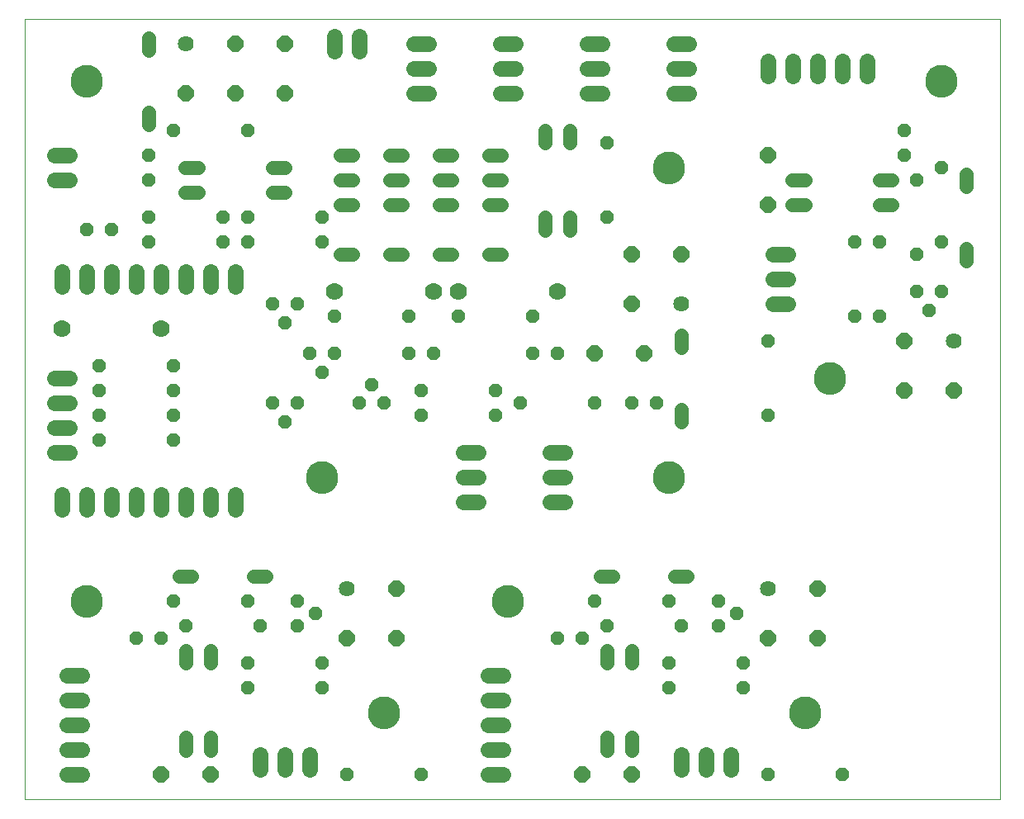
<source format=gts>
G75*
%MOIN*%
%OFA0B0*%
%FSLAX25Y25*%
%IPPOS*%
%LPD*%
%AMOC8*
5,1,8,0,0,1.08239X$1,22.5*
%
%ADD10C,0.00000*%
%ADD11C,0.06400*%
%ADD12OC8,0.06400*%
%ADD13C,0.07000*%
%ADD14C,0.05600*%
%ADD15C,0.06400*%
%ADD16C,0.05550*%
%ADD17OC8,0.05600*%
%ADD18C,0.12998*%
D10*
X0002600Y0002600D02*
X0002600Y0317561D01*
X0396301Y0317561D01*
X0396301Y0002600D01*
X0002600Y0002600D01*
X0021301Y0082600D02*
X0021303Y0082758D01*
X0021309Y0082916D01*
X0021319Y0083074D01*
X0021333Y0083232D01*
X0021351Y0083389D01*
X0021372Y0083546D01*
X0021398Y0083702D01*
X0021428Y0083858D01*
X0021461Y0084013D01*
X0021499Y0084166D01*
X0021540Y0084319D01*
X0021585Y0084471D01*
X0021634Y0084622D01*
X0021687Y0084771D01*
X0021743Y0084919D01*
X0021803Y0085065D01*
X0021867Y0085210D01*
X0021935Y0085353D01*
X0022006Y0085495D01*
X0022080Y0085635D01*
X0022158Y0085772D01*
X0022240Y0085908D01*
X0022324Y0086042D01*
X0022413Y0086173D01*
X0022504Y0086302D01*
X0022599Y0086429D01*
X0022696Y0086554D01*
X0022797Y0086676D01*
X0022901Y0086795D01*
X0023008Y0086912D01*
X0023118Y0087026D01*
X0023231Y0087137D01*
X0023346Y0087246D01*
X0023464Y0087351D01*
X0023585Y0087453D01*
X0023708Y0087553D01*
X0023834Y0087649D01*
X0023962Y0087742D01*
X0024092Y0087832D01*
X0024225Y0087918D01*
X0024360Y0088002D01*
X0024496Y0088081D01*
X0024635Y0088158D01*
X0024776Y0088230D01*
X0024918Y0088300D01*
X0025062Y0088365D01*
X0025208Y0088427D01*
X0025355Y0088485D01*
X0025504Y0088540D01*
X0025654Y0088591D01*
X0025805Y0088638D01*
X0025957Y0088681D01*
X0026110Y0088720D01*
X0026265Y0088756D01*
X0026420Y0088787D01*
X0026576Y0088815D01*
X0026732Y0088839D01*
X0026889Y0088859D01*
X0027047Y0088875D01*
X0027204Y0088887D01*
X0027363Y0088895D01*
X0027521Y0088899D01*
X0027679Y0088899D01*
X0027837Y0088895D01*
X0027996Y0088887D01*
X0028153Y0088875D01*
X0028311Y0088859D01*
X0028468Y0088839D01*
X0028624Y0088815D01*
X0028780Y0088787D01*
X0028935Y0088756D01*
X0029090Y0088720D01*
X0029243Y0088681D01*
X0029395Y0088638D01*
X0029546Y0088591D01*
X0029696Y0088540D01*
X0029845Y0088485D01*
X0029992Y0088427D01*
X0030138Y0088365D01*
X0030282Y0088300D01*
X0030424Y0088230D01*
X0030565Y0088158D01*
X0030704Y0088081D01*
X0030840Y0088002D01*
X0030975Y0087918D01*
X0031108Y0087832D01*
X0031238Y0087742D01*
X0031366Y0087649D01*
X0031492Y0087553D01*
X0031615Y0087453D01*
X0031736Y0087351D01*
X0031854Y0087246D01*
X0031969Y0087137D01*
X0032082Y0087026D01*
X0032192Y0086912D01*
X0032299Y0086795D01*
X0032403Y0086676D01*
X0032504Y0086554D01*
X0032601Y0086429D01*
X0032696Y0086302D01*
X0032787Y0086173D01*
X0032876Y0086042D01*
X0032960Y0085908D01*
X0033042Y0085772D01*
X0033120Y0085635D01*
X0033194Y0085495D01*
X0033265Y0085353D01*
X0033333Y0085210D01*
X0033397Y0085065D01*
X0033457Y0084919D01*
X0033513Y0084771D01*
X0033566Y0084622D01*
X0033615Y0084471D01*
X0033660Y0084319D01*
X0033701Y0084166D01*
X0033739Y0084013D01*
X0033772Y0083858D01*
X0033802Y0083702D01*
X0033828Y0083546D01*
X0033849Y0083389D01*
X0033867Y0083232D01*
X0033881Y0083074D01*
X0033891Y0082916D01*
X0033897Y0082758D01*
X0033899Y0082600D01*
X0033897Y0082442D01*
X0033891Y0082284D01*
X0033881Y0082126D01*
X0033867Y0081968D01*
X0033849Y0081811D01*
X0033828Y0081654D01*
X0033802Y0081498D01*
X0033772Y0081342D01*
X0033739Y0081187D01*
X0033701Y0081034D01*
X0033660Y0080881D01*
X0033615Y0080729D01*
X0033566Y0080578D01*
X0033513Y0080429D01*
X0033457Y0080281D01*
X0033397Y0080135D01*
X0033333Y0079990D01*
X0033265Y0079847D01*
X0033194Y0079705D01*
X0033120Y0079565D01*
X0033042Y0079428D01*
X0032960Y0079292D01*
X0032876Y0079158D01*
X0032787Y0079027D01*
X0032696Y0078898D01*
X0032601Y0078771D01*
X0032504Y0078646D01*
X0032403Y0078524D01*
X0032299Y0078405D01*
X0032192Y0078288D01*
X0032082Y0078174D01*
X0031969Y0078063D01*
X0031854Y0077954D01*
X0031736Y0077849D01*
X0031615Y0077747D01*
X0031492Y0077647D01*
X0031366Y0077551D01*
X0031238Y0077458D01*
X0031108Y0077368D01*
X0030975Y0077282D01*
X0030840Y0077198D01*
X0030704Y0077119D01*
X0030565Y0077042D01*
X0030424Y0076970D01*
X0030282Y0076900D01*
X0030138Y0076835D01*
X0029992Y0076773D01*
X0029845Y0076715D01*
X0029696Y0076660D01*
X0029546Y0076609D01*
X0029395Y0076562D01*
X0029243Y0076519D01*
X0029090Y0076480D01*
X0028935Y0076444D01*
X0028780Y0076413D01*
X0028624Y0076385D01*
X0028468Y0076361D01*
X0028311Y0076341D01*
X0028153Y0076325D01*
X0027996Y0076313D01*
X0027837Y0076305D01*
X0027679Y0076301D01*
X0027521Y0076301D01*
X0027363Y0076305D01*
X0027204Y0076313D01*
X0027047Y0076325D01*
X0026889Y0076341D01*
X0026732Y0076361D01*
X0026576Y0076385D01*
X0026420Y0076413D01*
X0026265Y0076444D01*
X0026110Y0076480D01*
X0025957Y0076519D01*
X0025805Y0076562D01*
X0025654Y0076609D01*
X0025504Y0076660D01*
X0025355Y0076715D01*
X0025208Y0076773D01*
X0025062Y0076835D01*
X0024918Y0076900D01*
X0024776Y0076970D01*
X0024635Y0077042D01*
X0024496Y0077119D01*
X0024360Y0077198D01*
X0024225Y0077282D01*
X0024092Y0077368D01*
X0023962Y0077458D01*
X0023834Y0077551D01*
X0023708Y0077647D01*
X0023585Y0077747D01*
X0023464Y0077849D01*
X0023346Y0077954D01*
X0023231Y0078063D01*
X0023118Y0078174D01*
X0023008Y0078288D01*
X0022901Y0078405D01*
X0022797Y0078524D01*
X0022696Y0078646D01*
X0022599Y0078771D01*
X0022504Y0078898D01*
X0022413Y0079027D01*
X0022324Y0079158D01*
X0022240Y0079292D01*
X0022158Y0079428D01*
X0022080Y0079565D01*
X0022006Y0079705D01*
X0021935Y0079847D01*
X0021867Y0079990D01*
X0021803Y0080135D01*
X0021743Y0080281D01*
X0021687Y0080429D01*
X0021634Y0080578D01*
X0021585Y0080729D01*
X0021540Y0080881D01*
X0021499Y0081034D01*
X0021461Y0081187D01*
X0021428Y0081342D01*
X0021398Y0081498D01*
X0021372Y0081654D01*
X0021351Y0081811D01*
X0021333Y0081968D01*
X0021319Y0082126D01*
X0021309Y0082284D01*
X0021303Y0082442D01*
X0021301Y0082600D01*
X0116301Y0132600D02*
X0116303Y0132758D01*
X0116309Y0132916D01*
X0116319Y0133074D01*
X0116333Y0133232D01*
X0116351Y0133389D01*
X0116372Y0133546D01*
X0116398Y0133702D01*
X0116428Y0133858D01*
X0116461Y0134013D01*
X0116499Y0134166D01*
X0116540Y0134319D01*
X0116585Y0134471D01*
X0116634Y0134622D01*
X0116687Y0134771D01*
X0116743Y0134919D01*
X0116803Y0135065D01*
X0116867Y0135210D01*
X0116935Y0135353D01*
X0117006Y0135495D01*
X0117080Y0135635D01*
X0117158Y0135772D01*
X0117240Y0135908D01*
X0117324Y0136042D01*
X0117413Y0136173D01*
X0117504Y0136302D01*
X0117599Y0136429D01*
X0117696Y0136554D01*
X0117797Y0136676D01*
X0117901Y0136795D01*
X0118008Y0136912D01*
X0118118Y0137026D01*
X0118231Y0137137D01*
X0118346Y0137246D01*
X0118464Y0137351D01*
X0118585Y0137453D01*
X0118708Y0137553D01*
X0118834Y0137649D01*
X0118962Y0137742D01*
X0119092Y0137832D01*
X0119225Y0137918D01*
X0119360Y0138002D01*
X0119496Y0138081D01*
X0119635Y0138158D01*
X0119776Y0138230D01*
X0119918Y0138300D01*
X0120062Y0138365D01*
X0120208Y0138427D01*
X0120355Y0138485D01*
X0120504Y0138540D01*
X0120654Y0138591D01*
X0120805Y0138638D01*
X0120957Y0138681D01*
X0121110Y0138720D01*
X0121265Y0138756D01*
X0121420Y0138787D01*
X0121576Y0138815D01*
X0121732Y0138839D01*
X0121889Y0138859D01*
X0122047Y0138875D01*
X0122204Y0138887D01*
X0122363Y0138895D01*
X0122521Y0138899D01*
X0122679Y0138899D01*
X0122837Y0138895D01*
X0122996Y0138887D01*
X0123153Y0138875D01*
X0123311Y0138859D01*
X0123468Y0138839D01*
X0123624Y0138815D01*
X0123780Y0138787D01*
X0123935Y0138756D01*
X0124090Y0138720D01*
X0124243Y0138681D01*
X0124395Y0138638D01*
X0124546Y0138591D01*
X0124696Y0138540D01*
X0124845Y0138485D01*
X0124992Y0138427D01*
X0125138Y0138365D01*
X0125282Y0138300D01*
X0125424Y0138230D01*
X0125565Y0138158D01*
X0125704Y0138081D01*
X0125840Y0138002D01*
X0125975Y0137918D01*
X0126108Y0137832D01*
X0126238Y0137742D01*
X0126366Y0137649D01*
X0126492Y0137553D01*
X0126615Y0137453D01*
X0126736Y0137351D01*
X0126854Y0137246D01*
X0126969Y0137137D01*
X0127082Y0137026D01*
X0127192Y0136912D01*
X0127299Y0136795D01*
X0127403Y0136676D01*
X0127504Y0136554D01*
X0127601Y0136429D01*
X0127696Y0136302D01*
X0127787Y0136173D01*
X0127876Y0136042D01*
X0127960Y0135908D01*
X0128042Y0135772D01*
X0128120Y0135635D01*
X0128194Y0135495D01*
X0128265Y0135353D01*
X0128333Y0135210D01*
X0128397Y0135065D01*
X0128457Y0134919D01*
X0128513Y0134771D01*
X0128566Y0134622D01*
X0128615Y0134471D01*
X0128660Y0134319D01*
X0128701Y0134166D01*
X0128739Y0134013D01*
X0128772Y0133858D01*
X0128802Y0133702D01*
X0128828Y0133546D01*
X0128849Y0133389D01*
X0128867Y0133232D01*
X0128881Y0133074D01*
X0128891Y0132916D01*
X0128897Y0132758D01*
X0128899Y0132600D01*
X0128897Y0132442D01*
X0128891Y0132284D01*
X0128881Y0132126D01*
X0128867Y0131968D01*
X0128849Y0131811D01*
X0128828Y0131654D01*
X0128802Y0131498D01*
X0128772Y0131342D01*
X0128739Y0131187D01*
X0128701Y0131034D01*
X0128660Y0130881D01*
X0128615Y0130729D01*
X0128566Y0130578D01*
X0128513Y0130429D01*
X0128457Y0130281D01*
X0128397Y0130135D01*
X0128333Y0129990D01*
X0128265Y0129847D01*
X0128194Y0129705D01*
X0128120Y0129565D01*
X0128042Y0129428D01*
X0127960Y0129292D01*
X0127876Y0129158D01*
X0127787Y0129027D01*
X0127696Y0128898D01*
X0127601Y0128771D01*
X0127504Y0128646D01*
X0127403Y0128524D01*
X0127299Y0128405D01*
X0127192Y0128288D01*
X0127082Y0128174D01*
X0126969Y0128063D01*
X0126854Y0127954D01*
X0126736Y0127849D01*
X0126615Y0127747D01*
X0126492Y0127647D01*
X0126366Y0127551D01*
X0126238Y0127458D01*
X0126108Y0127368D01*
X0125975Y0127282D01*
X0125840Y0127198D01*
X0125704Y0127119D01*
X0125565Y0127042D01*
X0125424Y0126970D01*
X0125282Y0126900D01*
X0125138Y0126835D01*
X0124992Y0126773D01*
X0124845Y0126715D01*
X0124696Y0126660D01*
X0124546Y0126609D01*
X0124395Y0126562D01*
X0124243Y0126519D01*
X0124090Y0126480D01*
X0123935Y0126444D01*
X0123780Y0126413D01*
X0123624Y0126385D01*
X0123468Y0126361D01*
X0123311Y0126341D01*
X0123153Y0126325D01*
X0122996Y0126313D01*
X0122837Y0126305D01*
X0122679Y0126301D01*
X0122521Y0126301D01*
X0122363Y0126305D01*
X0122204Y0126313D01*
X0122047Y0126325D01*
X0121889Y0126341D01*
X0121732Y0126361D01*
X0121576Y0126385D01*
X0121420Y0126413D01*
X0121265Y0126444D01*
X0121110Y0126480D01*
X0120957Y0126519D01*
X0120805Y0126562D01*
X0120654Y0126609D01*
X0120504Y0126660D01*
X0120355Y0126715D01*
X0120208Y0126773D01*
X0120062Y0126835D01*
X0119918Y0126900D01*
X0119776Y0126970D01*
X0119635Y0127042D01*
X0119496Y0127119D01*
X0119360Y0127198D01*
X0119225Y0127282D01*
X0119092Y0127368D01*
X0118962Y0127458D01*
X0118834Y0127551D01*
X0118708Y0127647D01*
X0118585Y0127747D01*
X0118464Y0127849D01*
X0118346Y0127954D01*
X0118231Y0128063D01*
X0118118Y0128174D01*
X0118008Y0128288D01*
X0117901Y0128405D01*
X0117797Y0128524D01*
X0117696Y0128646D01*
X0117599Y0128771D01*
X0117504Y0128898D01*
X0117413Y0129027D01*
X0117324Y0129158D01*
X0117240Y0129292D01*
X0117158Y0129428D01*
X0117080Y0129565D01*
X0117006Y0129705D01*
X0116935Y0129847D01*
X0116867Y0129990D01*
X0116803Y0130135D01*
X0116743Y0130281D01*
X0116687Y0130429D01*
X0116634Y0130578D01*
X0116585Y0130729D01*
X0116540Y0130881D01*
X0116499Y0131034D01*
X0116461Y0131187D01*
X0116428Y0131342D01*
X0116398Y0131498D01*
X0116372Y0131654D01*
X0116351Y0131811D01*
X0116333Y0131968D01*
X0116319Y0132126D01*
X0116309Y0132284D01*
X0116303Y0132442D01*
X0116301Y0132600D01*
X0191301Y0082600D02*
X0191303Y0082758D01*
X0191309Y0082916D01*
X0191319Y0083074D01*
X0191333Y0083232D01*
X0191351Y0083389D01*
X0191372Y0083546D01*
X0191398Y0083702D01*
X0191428Y0083858D01*
X0191461Y0084013D01*
X0191499Y0084166D01*
X0191540Y0084319D01*
X0191585Y0084471D01*
X0191634Y0084622D01*
X0191687Y0084771D01*
X0191743Y0084919D01*
X0191803Y0085065D01*
X0191867Y0085210D01*
X0191935Y0085353D01*
X0192006Y0085495D01*
X0192080Y0085635D01*
X0192158Y0085772D01*
X0192240Y0085908D01*
X0192324Y0086042D01*
X0192413Y0086173D01*
X0192504Y0086302D01*
X0192599Y0086429D01*
X0192696Y0086554D01*
X0192797Y0086676D01*
X0192901Y0086795D01*
X0193008Y0086912D01*
X0193118Y0087026D01*
X0193231Y0087137D01*
X0193346Y0087246D01*
X0193464Y0087351D01*
X0193585Y0087453D01*
X0193708Y0087553D01*
X0193834Y0087649D01*
X0193962Y0087742D01*
X0194092Y0087832D01*
X0194225Y0087918D01*
X0194360Y0088002D01*
X0194496Y0088081D01*
X0194635Y0088158D01*
X0194776Y0088230D01*
X0194918Y0088300D01*
X0195062Y0088365D01*
X0195208Y0088427D01*
X0195355Y0088485D01*
X0195504Y0088540D01*
X0195654Y0088591D01*
X0195805Y0088638D01*
X0195957Y0088681D01*
X0196110Y0088720D01*
X0196265Y0088756D01*
X0196420Y0088787D01*
X0196576Y0088815D01*
X0196732Y0088839D01*
X0196889Y0088859D01*
X0197047Y0088875D01*
X0197204Y0088887D01*
X0197363Y0088895D01*
X0197521Y0088899D01*
X0197679Y0088899D01*
X0197837Y0088895D01*
X0197996Y0088887D01*
X0198153Y0088875D01*
X0198311Y0088859D01*
X0198468Y0088839D01*
X0198624Y0088815D01*
X0198780Y0088787D01*
X0198935Y0088756D01*
X0199090Y0088720D01*
X0199243Y0088681D01*
X0199395Y0088638D01*
X0199546Y0088591D01*
X0199696Y0088540D01*
X0199845Y0088485D01*
X0199992Y0088427D01*
X0200138Y0088365D01*
X0200282Y0088300D01*
X0200424Y0088230D01*
X0200565Y0088158D01*
X0200704Y0088081D01*
X0200840Y0088002D01*
X0200975Y0087918D01*
X0201108Y0087832D01*
X0201238Y0087742D01*
X0201366Y0087649D01*
X0201492Y0087553D01*
X0201615Y0087453D01*
X0201736Y0087351D01*
X0201854Y0087246D01*
X0201969Y0087137D01*
X0202082Y0087026D01*
X0202192Y0086912D01*
X0202299Y0086795D01*
X0202403Y0086676D01*
X0202504Y0086554D01*
X0202601Y0086429D01*
X0202696Y0086302D01*
X0202787Y0086173D01*
X0202876Y0086042D01*
X0202960Y0085908D01*
X0203042Y0085772D01*
X0203120Y0085635D01*
X0203194Y0085495D01*
X0203265Y0085353D01*
X0203333Y0085210D01*
X0203397Y0085065D01*
X0203457Y0084919D01*
X0203513Y0084771D01*
X0203566Y0084622D01*
X0203615Y0084471D01*
X0203660Y0084319D01*
X0203701Y0084166D01*
X0203739Y0084013D01*
X0203772Y0083858D01*
X0203802Y0083702D01*
X0203828Y0083546D01*
X0203849Y0083389D01*
X0203867Y0083232D01*
X0203881Y0083074D01*
X0203891Y0082916D01*
X0203897Y0082758D01*
X0203899Y0082600D01*
X0203897Y0082442D01*
X0203891Y0082284D01*
X0203881Y0082126D01*
X0203867Y0081968D01*
X0203849Y0081811D01*
X0203828Y0081654D01*
X0203802Y0081498D01*
X0203772Y0081342D01*
X0203739Y0081187D01*
X0203701Y0081034D01*
X0203660Y0080881D01*
X0203615Y0080729D01*
X0203566Y0080578D01*
X0203513Y0080429D01*
X0203457Y0080281D01*
X0203397Y0080135D01*
X0203333Y0079990D01*
X0203265Y0079847D01*
X0203194Y0079705D01*
X0203120Y0079565D01*
X0203042Y0079428D01*
X0202960Y0079292D01*
X0202876Y0079158D01*
X0202787Y0079027D01*
X0202696Y0078898D01*
X0202601Y0078771D01*
X0202504Y0078646D01*
X0202403Y0078524D01*
X0202299Y0078405D01*
X0202192Y0078288D01*
X0202082Y0078174D01*
X0201969Y0078063D01*
X0201854Y0077954D01*
X0201736Y0077849D01*
X0201615Y0077747D01*
X0201492Y0077647D01*
X0201366Y0077551D01*
X0201238Y0077458D01*
X0201108Y0077368D01*
X0200975Y0077282D01*
X0200840Y0077198D01*
X0200704Y0077119D01*
X0200565Y0077042D01*
X0200424Y0076970D01*
X0200282Y0076900D01*
X0200138Y0076835D01*
X0199992Y0076773D01*
X0199845Y0076715D01*
X0199696Y0076660D01*
X0199546Y0076609D01*
X0199395Y0076562D01*
X0199243Y0076519D01*
X0199090Y0076480D01*
X0198935Y0076444D01*
X0198780Y0076413D01*
X0198624Y0076385D01*
X0198468Y0076361D01*
X0198311Y0076341D01*
X0198153Y0076325D01*
X0197996Y0076313D01*
X0197837Y0076305D01*
X0197679Y0076301D01*
X0197521Y0076301D01*
X0197363Y0076305D01*
X0197204Y0076313D01*
X0197047Y0076325D01*
X0196889Y0076341D01*
X0196732Y0076361D01*
X0196576Y0076385D01*
X0196420Y0076413D01*
X0196265Y0076444D01*
X0196110Y0076480D01*
X0195957Y0076519D01*
X0195805Y0076562D01*
X0195654Y0076609D01*
X0195504Y0076660D01*
X0195355Y0076715D01*
X0195208Y0076773D01*
X0195062Y0076835D01*
X0194918Y0076900D01*
X0194776Y0076970D01*
X0194635Y0077042D01*
X0194496Y0077119D01*
X0194360Y0077198D01*
X0194225Y0077282D01*
X0194092Y0077368D01*
X0193962Y0077458D01*
X0193834Y0077551D01*
X0193708Y0077647D01*
X0193585Y0077747D01*
X0193464Y0077849D01*
X0193346Y0077954D01*
X0193231Y0078063D01*
X0193118Y0078174D01*
X0193008Y0078288D01*
X0192901Y0078405D01*
X0192797Y0078524D01*
X0192696Y0078646D01*
X0192599Y0078771D01*
X0192504Y0078898D01*
X0192413Y0079027D01*
X0192324Y0079158D01*
X0192240Y0079292D01*
X0192158Y0079428D01*
X0192080Y0079565D01*
X0192006Y0079705D01*
X0191935Y0079847D01*
X0191867Y0079990D01*
X0191803Y0080135D01*
X0191743Y0080281D01*
X0191687Y0080429D01*
X0191634Y0080578D01*
X0191585Y0080729D01*
X0191540Y0080881D01*
X0191499Y0081034D01*
X0191461Y0081187D01*
X0191428Y0081342D01*
X0191398Y0081498D01*
X0191372Y0081654D01*
X0191351Y0081811D01*
X0191333Y0081968D01*
X0191319Y0082126D01*
X0191309Y0082284D01*
X0191303Y0082442D01*
X0191301Y0082600D01*
X0141301Y0037600D02*
X0141303Y0037758D01*
X0141309Y0037916D01*
X0141319Y0038074D01*
X0141333Y0038232D01*
X0141351Y0038389D01*
X0141372Y0038546D01*
X0141398Y0038702D01*
X0141428Y0038858D01*
X0141461Y0039013D01*
X0141499Y0039166D01*
X0141540Y0039319D01*
X0141585Y0039471D01*
X0141634Y0039622D01*
X0141687Y0039771D01*
X0141743Y0039919D01*
X0141803Y0040065D01*
X0141867Y0040210D01*
X0141935Y0040353D01*
X0142006Y0040495D01*
X0142080Y0040635D01*
X0142158Y0040772D01*
X0142240Y0040908D01*
X0142324Y0041042D01*
X0142413Y0041173D01*
X0142504Y0041302D01*
X0142599Y0041429D01*
X0142696Y0041554D01*
X0142797Y0041676D01*
X0142901Y0041795D01*
X0143008Y0041912D01*
X0143118Y0042026D01*
X0143231Y0042137D01*
X0143346Y0042246D01*
X0143464Y0042351D01*
X0143585Y0042453D01*
X0143708Y0042553D01*
X0143834Y0042649D01*
X0143962Y0042742D01*
X0144092Y0042832D01*
X0144225Y0042918D01*
X0144360Y0043002D01*
X0144496Y0043081D01*
X0144635Y0043158D01*
X0144776Y0043230D01*
X0144918Y0043300D01*
X0145062Y0043365D01*
X0145208Y0043427D01*
X0145355Y0043485D01*
X0145504Y0043540D01*
X0145654Y0043591D01*
X0145805Y0043638D01*
X0145957Y0043681D01*
X0146110Y0043720D01*
X0146265Y0043756D01*
X0146420Y0043787D01*
X0146576Y0043815D01*
X0146732Y0043839D01*
X0146889Y0043859D01*
X0147047Y0043875D01*
X0147204Y0043887D01*
X0147363Y0043895D01*
X0147521Y0043899D01*
X0147679Y0043899D01*
X0147837Y0043895D01*
X0147996Y0043887D01*
X0148153Y0043875D01*
X0148311Y0043859D01*
X0148468Y0043839D01*
X0148624Y0043815D01*
X0148780Y0043787D01*
X0148935Y0043756D01*
X0149090Y0043720D01*
X0149243Y0043681D01*
X0149395Y0043638D01*
X0149546Y0043591D01*
X0149696Y0043540D01*
X0149845Y0043485D01*
X0149992Y0043427D01*
X0150138Y0043365D01*
X0150282Y0043300D01*
X0150424Y0043230D01*
X0150565Y0043158D01*
X0150704Y0043081D01*
X0150840Y0043002D01*
X0150975Y0042918D01*
X0151108Y0042832D01*
X0151238Y0042742D01*
X0151366Y0042649D01*
X0151492Y0042553D01*
X0151615Y0042453D01*
X0151736Y0042351D01*
X0151854Y0042246D01*
X0151969Y0042137D01*
X0152082Y0042026D01*
X0152192Y0041912D01*
X0152299Y0041795D01*
X0152403Y0041676D01*
X0152504Y0041554D01*
X0152601Y0041429D01*
X0152696Y0041302D01*
X0152787Y0041173D01*
X0152876Y0041042D01*
X0152960Y0040908D01*
X0153042Y0040772D01*
X0153120Y0040635D01*
X0153194Y0040495D01*
X0153265Y0040353D01*
X0153333Y0040210D01*
X0153397Y0040065D01*
X0153457Y0039919D01*
X0153513Y0039771D01*
X0153566Y0039622D01*
X0153615Y0039471D01*
X0153660Y0039319D01*
X0153701Y0039166D01*
X0153739Y0039013D01*
X0153772Y0038858D01*
X0153802Y0038702D01*
X0153828Y0038546D01*
X0153849Y0038389D01*
X0153867Y0038232D01*
X0153881Y0038074D01*
X0153891Y0037916D01*
X0153897Y0037758D01*
X0153899Y0037600D01*
X0153897Y0037442D01*
X0153891Y0037284D01*
X0153881Y0037126D01*
X0153867Y0036968D01*
X0153849Y0036811D01*
X0153828Y0036654D01*
X0153802Y0036498D01*
X0153772Y0036342D01*
X0153739Y0036187D01*
X0153701Y0036034D01*
X0153660Y0035881D01*
X0153615Y0035729D01*
X0153566Y0035578D01*
X0153513Y0035429D01*
X0153457Y0035281D01*
X0153397Y0035135D01*
X0153333Y0034990D01*
X0153265Y0034847D01*
X0153194Y0034705D01*
X0153120Y0034565D01*
X0153042Y0034428D01*
X0152960Y0034292D01*
X0152876Y0034158D01*
X0152787Y0034027D01*
X0152696Y0033898D01*
X0152601Y0033771D01*
X0152504Y0033646D01*
X0152403Y0033524D01*
X0152299Y0033405D01*
X0152192Y0033288D01*
X0152082Y0033174D01*
X0151969Y0033063D01*
X0151854Y0032954D01*
X0151736Y0032849D01*
X0151615Y0032747D01*
X0151492Y0032647D01*
X0151366Y0032551D01*
X0151238Y0032458D01*
X0151108Y0032368D01*
X0150975Y0032282D01*
X0150840Y0032198D01*
X0150704Y0032119D01*
X0150565Y0032042D01*
X0150424Y0031970D01*
X0150282Y0031900D01*
X0150138Y0031835D01*
X0149992Y0031773D01*
X0149845Y0031715D01*
X0149696Y0031660D01*
X0149546Y0031609D01*
X0149395Y0031562D01*
X0149243Y0031519D01*
X0149090Y0031480D01*
X0148935Y0031444D01*
X0148780Y0031413D01*
X0148624Y0031385D01*
X0148468Y0031361D01*
X0148311Y0031341D01*
X0148153Y0031325D01*
X0147996Y0031313D01*
X0147837Y0031305D01*
X0147679Y0031301D01*
X0147521Y0031301D01*
X0147363Y0031305D01*
X0147204Y0031313D01*
X0147047Y0031325D01*
X0146889Y0031341D01*
X0146732Y0031361D01*
X0146576Y0031385D01*
X0146420Y0031413D01*
X0146265Y0031444D01*
X0146110Y0031480D01*
X0145957Y0031519D01*
X0145805Y0031562D01*
X0145654Y0031609D01*
X0145504Y0031660D01*
X0145355Y0031715D01*
X0145208Y0031773D01*
X0145062Y0031835D01*
X0144918Y0031900D01*
X0144776Y0031970D01*
X0144635Y0032042D01*
X0144496Y0032119D01*
X0144360Y0032198D01*
X0144225Y0032282D01*
X0144092Y0032368D01*
X0143962Y0032458D01*
X0143834Y0032551D01*
X0143708Y0032647D01*
X0143585Y0032747D01*
X0143464Y0032849D01*
X0143346Y0032954D01*
X0143231Y0033063D01*
X0143118Y0033174D01*
X0143008Y0033288D01*
X0142901Y0033405D01*
X0142797Y0033524D01*
X0142696Y0033646D01*
X0142599Y0033771D01*
X0142504Y0033898D01*
X0142413Y0034027D01*
X0142324Y0034158D01*
X0142240Y0034292D01*
X0142158Y0034428D01*
X0142080Y0034565D01*
X0142006Y0034705D01*
X0141935Y0034847D01*
X0141867Y0034990D01*
X0141803Y0035135D01*
X0141743Y0035281D01*
X0141687Y0035429D01*
X0141634Y0035578D01*
X0141585Y0035729D01*
X0141540Y0035881D01*
X0141499Y0036034D01*
X0141461Y0036187D01*
X0141428Y0036342D01*
X0141398Y0036498D01*
X0141372Y0036654D01*
X0141351Y0036811D01*
X0141333Y0036968D01*
X0141319Y0037126D01*
X0141309Y0037284D01*
X0141303Y0037442D01*
X0141301Y0037600D01*
X0256301Y0132600D02*
X0256303Y0132758D01*
X0256309Y0132916D01*
X0256319Y0133074D01*
X0256333Y0133232D01*
X0256351Y0133389D01*
X0256372Y0133546D01*
X0256398Y0133702D01*
X0256428Y0133858D01*
X0256461Y0134013D01*
X0256499Y0134166D01*
X0256540Y0134319D01*
X0256585Y0134471D01*
X0256634Y0134622D01*
X0256687Y0134771D01*
X0256743Y0134919D01*
X0256803Y0135065D01*
X0256867Y0135210D01*
X0256935Y0135353D01*
X0257006Y0135495D01*
X0257080Y0135635D01*
X0257158Y0135772D01*
X0257240Y0135908D01*
X0257324Y0136042D01*
X0257413Y0136173D01*
X0257504Y0136302D01*
X0257599Y0136429D01*
X0257696Y0136554D01*
X0257797Y0136676D01*
X0257901Y0136795D01*
X0258008Y0136912D01*
X0258118Y0137026D01*
X0258231Y0137137D01*
X0258346Y0137246D01*
X0258464Y0137351D01*
X0258585Y0137453D01*
X0258708Y0137553D01*
X0258834Y0137649D01*
X0258962Y0137742D01*
X0259092Y0137832D01*
X0259225Y0137918D01*
X0259360Y0138002D01*
X0259496Y0138081D01*
X0259635Y0138158D01*
X0259776Y0138230D01*
X0259918Y0138300D01*
X0260062Y0138365D01*
X0260208Y0138427D01*
X0260355Y0138485D01*
X0260504Y0138540D01*
X0260654Y0138591D01*
X0260805Y0138638D01*
X0260957Y0138681D01*
X0261110Y0138720D01*
X0261265Y0138756D01*
X0261420Y0138787D01*
X0261576Y0138815D01*
X0261732Y0138839D01*
X0261889Y0138859D01*
X0262047Y0138875D01*
X0262204Y0138887D01*
X0262363Y0138895D01*
X0262521Y0138899D01*
X0262679Y0138899D01*
X0262837Y0138895D01*
X0262996Y0138887D01*
X0263153Y0138875D01*
X0263311Y0138859D01*
X0263468Y0138839D01*
X0263624Y0138815D01*
X0263780Y0138787D01*
X0263935Y0138756D01*
X0264090Y0138720D01*
X0264243Y0138681D01*
X0264395Y0138638D01*
X0264546Y0138591D01*
X0264696Y0138540D01*
X0264845Y0138485D01*
X0264992Y0138427D01*
X0265138Y0138365D01*
X0265282Y0138300D01*
X0265424Y0138230D01*
X0265565Y0138158D01*
X0265704Y0138081D01*
X0265840Y0138002D01*
X0265975Y0137918D01*
X0266108Y0137832D01*
X0266238Y0137742D01*
X0266366Y0137649D01*
X0266492Y0137553D01*
X0266615Y0137453D01*
X0266736Y0137351D01*
X0266854Y0137246D01*
X0266969Y0137137D01*
X0267082Y0137026D01*
X0267192Y0136912D01*
X0267299Y0136795D01*
X0267403Y0136676D01*
X0267504Y0136554D01*
X0267601Y0136429D01*
X0267696Y0136302D01*
X0267787Y0136173D01*
X0267876Y0136042D01*
X0267960Y0135908D01*
X0268042Y0135772D01*
X0268120Y0135635D01*
X0268194Y0135495D01*
X0268265Y0135353D01*
X0268333Y0135210D01*
X0268397Y0135065D01*
X0268457Y0134919D01*
X0268513Y0134771D01*
X0268566Y0134622D01*
X0268615Y0134471D01*
X0268660Y0134319D01*
X0268701Y0134166D01*
X0268739Y0134013D01*
X0268772Y0133858D01*
X0268802Y0133702D01*
X0268828Y0133546D01*
X0268849Y0133389D01*
X0268867Y0133232D01*
X0268881Y0133074D01*
X0268891Y0132916D01*
X0268897Y0132758D01*
X0268899Y0132600D01*
X0268897Y0132442D01*
X0268891Y0132284D01*
X0268881Y0132126D01*
X0268867Y0131968D01*
X0268849Y0131811D01*
X0268828Y0131654D01*
X0268802Y0131498D01*
X0268772Y0131342D01*
X0268739Y0131187D01*
X0268701Y0131034D01*
X0268660Y0130881D01*
X0268615Y0130729D01*
X0268566Y0130578D01*
X0268513Y0130429D01*
X0268457Y0130281D01*
X0268397Y0130135D01*
X0268333Y0129990D01*
X0268265Y0129847D01*
X0268194Y0129705D01*
X0268120Y0129565D01*
X0268042Y0129428D01*
X0267960Y0129292D01*
X0267876Y0129158D01*
X0267787Y0129027D01*
X0267696Y0128898D01*
X0267601Y0128771D01*
X0267504Y0128646D01*
X0267403Y0128524D01*
X0267299Y0128405D01*
X0267192Y0128288D01*
X0267082Y0128174D01*
X0266969Y0128063D01*
X0266854Y0127954D01*
X0266736Y0127849D01*
X0266615Y0127747D01*
X0266492Y0127647D01*
X0266366Y0127551D01*
X0266238Y0127458D01*
X0266108Y0127368D01*
X0265975Y0127282D01*
X0265840Y0127198D01*
X0265704Y0127119D01*
X0265565Y0127042D01*
X0265424Y0126970D01*
X0265282Y0126900D01*
X0265138Y0126835D01*
X0264992Y0126773D01*
X0264845Y0126715D01*
X0264696Y0126660D01*
X0264546Y0126609D01*
X0264395Y0126562D01*
X0264243Y0126519D01*
X0264090Y0126480D01*
X0263935Y0126444D01*
X0263780Y0126413D01*
X0263624Y0126385D01*
X0263468Y0126361D01*
X0263311Y0126341D01*
X0263153Y0126325D01*
X0262996Y0126313D01*
X0262837Y0126305D01*
X0262679Y0126301D01*
X0262521Y0126301D01*
X0262363Y0126305D01*
X0262204Y0126313D01*
X0262047Y0126325D01*
X0261889Y0126341D01*
X0261732Y0126361D01*
X0261576Y0126385D01*
X0261420Y0126413D01*
X0261265Y0126444D01*
X0261110Y0126480D01*
X0260957Y0126519D01*
X0260805Y0126562D01*
X0260654Y0126609D01*
X0260504Y0126660D01*
X0260355Y0126715D01*
X0260208Y0126773D01*
X0260062Y0126835D01*
X0259918Y0126900D01*
X0259776Y0126970D01*
X0259635Y0127042D01*
X0259496Y0127119D01*
X0259360Y0127198D01*
X0259225Y0127282D01*
X0259092Y0127368D01*
X0258962Y0127458D01*
X0258834Y0127551D01*
X0258708Y0127647D01*
X0258585Y0127747D01*
X0258464Y0127849D01*
X0258346Y0127954D01*
X0258231Y0128063D01*
X0258118Y0128174D01*
X0258008Y0128288D01*
X0257901Y0128405D01*
X0257797Y0128524D01*
X0257696Y0128646D01*
X0257599Y0128771D01*
X0257504Y0128898D01*
X0257413Y0129027D01*
X0257324Y0129158D01*
X0257240Y0129292D01*
X0257158Y0129428D01*
X0257080Y0129565D01*
X0257006Y0129705D01*
X0256935Y0129847D01*
X0256867Y0129990D01*
X0256803Y0130135D01*
X0256743Y0130281D01*
X0256687Y0130429D01*
X0256634Y0130578D01*
X0256585Y0130729D01*
X0256540Y0130881D01*
X0256499Y0131034D01*
X0256461Y0131187D01*
X0256428Y0131342D01*
X0256398Y0131498D01*
X0256372Y0131654D01*
X0256351Y0131811D01*
X0256333Y0131968D01*
X0256319Y0132126D01*
X0256309Y0132284D01*
X0256303Y0132442D01*
X0256301Y0132600D01*
X0321301Y0172600D02*
X0321303Y0172758D01*
X0321309Y0172916D01*
X0321319Y0173074D01*
X0321333Y0173232D01*
X0321351Y0173389D01*
X0321372Y0173546D01*
X0321398Y0173702D01*
X0321428Y0173858D01*
X0321461Y0174013D01*
X0321499Y0174166D01*
X0321540Y0174319D01*
X0321585Y0174471D01*
X0321634Y0174622D01*
X0321687Y0174771D01*
X0321743Y0174919D01*
X0321803Y0175065D01*
X0321867Y0175210D01*
X0321935Y0175353D01*
X0322006Y0175495D01*
X0322080Y0175635D01*
X0322158Y0175772D01*
X0322240Y0175908D01*
X0322324Y0176042D01*
X0322413Y0176173D01*
X0322504Y0176302D01*
X0322599Y0176429D01*
X0322696Y0176554D01*
X0322797Y0176676D01*
X0322901Y0176795D01*
X0323008Y0176912D01*
X0323118Y0177026D01*
X0323231Y0177137D01*
X0323346Y0177246D01*
X0323464Y0177351D01*
X0323585Y0177453D01*
X0323708Y0177553D01*
X0323834Y0177649D01*
X0323962Y0177742D01*
X0324092Y0177832D01*
X0324225Y0177918D01*
X0324360Y0178002D01*
X0324496Y0178081D01*
X0324635Y0178158D01*
X0324776Y0178230D01*
X0324918Y0178300D01*
X0325062Y0178365D01*
X0325208Y0178427D01*
X0325355Y0178485D01*
X0325504Y0178540D01*
X0325654Y0178591D01*
X0325805Y0178638D01*
X0325957Y0178681D01*
X0326110Y0178720D01*
X0326265Y0178756D01*
X0326420Y0178787D01*
X0326576Y0178815D01*
X0326732Y0178839D01*
X0326889Y0178859D01*
X0327047Y0178875D01*
X0327204Y0178887D01*
X0327363Y0178895D01*
X0327521Y0178899D01*
X0327679Y0178899D01*
X0327837Y0178895D01*
X0327996Y0178887D01*
X0328153Y0178875D01*
X0328311Y0178859D01*
X0328468Y0178839D01*
X0328624Y0178815D01*
X0328780Y0178787D01*
X0328935Y0178756D01*
X0329090Y0178720D01*
X0329243Y0178681D01*
X0329395Y0178638D01*
X0329546Y0178591D01*
X0329696Y0178540D01*
X0329845Y0178485D01*
X0329992Y0178427D01*
X0330138Y0178365D01*
X0330282Y0178300D01*
X0330424Y0178230D01*
X0330565Y0178158D01*
X0330704Y0178081D01*
X0330840Y0178002D01*
X0330975Y0177918D01*
X0331108Y0177832D01*
X0331238Y0177742D01*
X0331366Y0177649D01*
X0331492Y0177553D01*
X0331615Y0177453D01*
X0331736Y0177351D01*
X0331854Y0177246D01*
X0331969Y0177137D01*
X0332082Y0177026D01*
X0332192Y0176912D01*
X0332299Y0176795D01*
X0332403Y0176676D01*
X0332504Y0176554D01*
X0332601Y0176429D01*
X0332696Y0176302D01*
X0332787Y0176173D01*
X0332876Y0176042D01*
X0332960Y0175908D01*
X0333042Y0175772D01*
X0333120Y0175635D01*
X0333194Y0175495D01*
X0333265Y0175353D01*
X0333333Y0175210D01*
X0333397Y0175065D01*
X0333457Y0174919D01*
X0333513Y0174771D01*
X0333566Y0174622D01*
X0333615Y0174471D01*
X0333660Y0174319D01*
X0333701Y0174166D01*
X0333739Y0174013D01*
X0333772Y0173858D01*
X0333802Y0173702D01*
X0333828Y0173546D01*
X0333849Y0173389D01*
X0333867Y0173232D01*
X0333881Y0173074D01*
X0333891Y0172916D01*
X0333897Y0172758D01*
X0333899Y0172600D01*
X0333897Y0172442D01*
X0333891Y0172284D01*
X0333881Y0172126D01*
X0333867Y0171968D01*
X0333849Y0171811D01*
X0333828Y0171654D01*
X0333802Y0171498D01*
X0333772Y0171342D01*
X0333739Y0171187D01*
X0333701Y0171034D01*
X0333660Y0170881D01*
X0333615Y0170729D01*
X0333566Y0170578D01*
X0333513Y0170429D01*
X0333457Y0170281D01*
X0333397Y0170135D01*
X0333333Y0169990D01*
X0333265Y0169847D01*
X0333194Y0169705D01*
X0333120Y0169565D01*
X0333042Y0169428D01*
X0332960Y0169292D01*
X0332876Y0169158D01*
X0332787Y0169027D01*
X0332696Y0168898D01*
X0332601Y0168771D01*
X0332504Y0168646D01*
X0332403Y0168524D01*
X0332299Y0168405D01*
X0332192Y0168288D01*
X0332082Y0168174D01*
X0331969Y0168063D01*
X0331854Y0167954D01*
X0331736Y0167849D01*
X0331615Y0167747D01*
X0331492Y0167647D01*
X0331366Y0167551D01*
X0331238Y0167458D01*
X0331108Y0167368D01*
X0330975Y0167282D01*
X0330840Y0167198D01*
X0330704Y0167119D01*
X0330565Y0167042D01*
X0330424Y0166970D01*
X0330282Y0166900D01*
X0330138Y0166835D01*
X0329992Y0166773D01*
X0329845Y0166715D01*
X0329696Y0166660D01*
X0329546Y0166609D01*
X0329395Y0166562D01*
X0329243Y0166519D01*
X0329090Y0166480D01*
X0328935Y0166444D01*
X0328780Y0166413D01*
X0328624Y0166385D01*
X0328468Y0166361D01*
X0328311Y0166341D01*
X0328153Y0166325D01*
X0327996Y0166313D01*
X0327837Y0166305D01*
X0327679Y0166301D01*
X0327521Y0166301D01*
X0327363Y0166305D01*
X0327204Y0166313D01*
X0327047Y0166325D01*
X0326889Y0166341D01*
X0326732Y0166361D01*
X0326576Y0166385D01*
X0326420Y0166413D01*
X0326265Y0166444D01*
X0326110Y0166480D01*
X0325957Y0166519D01*
X0325805Y0166562D01*
X0325654Y0166609D01*
X0325504Y0166660D01*
X0325355Y0166715D01*
X0325208Y0166773D01*
X0325062Y0166835D01*
X0324918Y0166900D01*
X0324776Y0166970D01*
X0324635Y0167042D01*
X0324496Y0167119D01*
X0324360Y0167198D01*
X0324225Y0167282D01*
X0324092Y0167368D01*
X0323962Y0167458D01*
X0323834Y0167551D01*
X0323708Y0167647D01*
X0323585Y0167747D01*
X0323464Y0167849D01*
X0323346Y0167954D01*
X0323231Y0168063D01*
X0323118Y0168174D01*
X0323008Y0168288D01*
X0322901Y0168405D01*
X0322797Y0168524D01*
X0322696Y0168646D01*
X0322599Y0168771D01*
X0322504Y0168898D01*
X0322413Y0169027D01*
X0322324Y0169158D01*
X0322240Y0169292D01*
X0322158Y0169428D01*
X0322080Y0169565D01*
X0322006Y0169705D01*
X0321935Y0169847D01*
X0321867Y0169990D01*
X0321803Y0170135D01*
X0321743Y0170281D01*
X0321687Y0170429D01*
X0321634Y0170578D01*
X0321585Y0170729D01*
X0321540Y0170881D01*
X0321499Y0171034D01*
X0321461Y0171187D01*
X0321428Y0171342D01*
X0321398Y0171498D01*
X0321372Y0171654D01*
X0321351Y0171811D01*
X0321333Y0171968D01*
X0321319Y0172126D01*
X0321309Y0172284D01*
X0321303Y0172442D01*
X0321301Y0172600D01*
X0256301Y0257600D02*
X0256303Y0257758D01*
X0256309Y0257916D01*
X0256319Y0258074D01*
X0256333Y0258232D01*
X0256351Y0258389D01*
X0256372Y0258546D01*
X0256398Y0258702D01*
X0256428Y0258858D01*
X0256461Y0259013D01*
X0256499Y0259166D01*
X0256540Y0259319D01*
X0256585Y0259471D01*
X0256634Y0259622D01*
X0256687Y0259771D01*
X0256743Y0259919D01*
X0256803Y0260065D01*
X0256867Y0260210D01*
X0256935Y0260353D01*
X0257006Y0260495D01*
X0257080Y0260635D01*
X0257158Y0260772D01*
X0257240Y0260908D01*
X0257324Y0261042D01*
X0257413Y0261173D01*
X0257504Y0261302D01*
X0257599Y0261429D01*
X0257696Y0261554D01*
X0257797Y0261676D01*
X0257901Y0261795D01*
X0258008Y0261912D01*
X0258118Y0262026D01*
X0258231Y0262137D01*
X0258346Y0262246D01*
X0258464Y0262351D01*
X0258585Y0262453D01*
X0258708Y0262553D01*
X0258834Y0262649D01*
X0258962Y0262742D01*
X0259092Y0262832D01*
X0259225Y0262918D01*
X0259360Y0263002D01*
X0259496Y0263081D01*
X0259635Y0263158D01*
X0259776Y0263230D01*
X0259918Y0263300D01*
X0260062Y0263365D01*
X0260208Y0263427D01*
X0260355Y0263485D01*
X0260504Y0263540D01*
X0260654Y0263591D01*
X0260805Y0263638D01*
X0260957Y0263681D01*
X0261110Y0263720D01*
X0261265Y0263756D01*
X0261420Y0263787D01*
X0261576Y0263815D01*
X0261732Y0263839D01*
X0261889Y0263859D01*
X0262047Y0263875D01*
X0262204Y0263887D01*
X0262363Y0263895D01*
X0262521Y0263899D01*
X0262679Y0263899D01*
X0262837Y0263895D01*
X0262996Y0263887D01*
X0263153Y0263875D01*
X0263311Y0263859D01*
X0263468Y0263839D01*
X0263624Y0263815D01*
X0263780Y0263787D01*
X0263935Y0263756D01*
X0264090Y0263720D01*
X0264243Y0263681D01*
X0264395Y0263638D01*
X0264546Y0263591D01*
X0264696Y0263540D01*
X0264845Y0263485D01*
X0264992Y0263427D01*
X0265138Y0263365D01*
X0265282Y0263300D01*
X0265424Y0263230D01*
X0265565Y0263158D01*
X0265704Y0263081D01*
X0265840Y0263002D01*
X0265975Y0262918D01*
X0266108Y0262832D01*
X0266238Y0262742D01*
X0266366Y0262649D01*
X0266492Y0262553D01*
X0266615Y0262453D01*
X0266736Y0262351D01*
X0266854Y0262246D01*
X0266969Y0262137D01*
X0267082Y0262026D01*
X0267192Y0261912D01*
X0267299Y0261795D01*
X0267403Y0261676D01*
X0267504Y0261554D01*
X0267601Y0261429D01*
X0267696Y0261302D01*
X0267787Y0261173D01*
X0267876Y0261042D01*
X0267960Y0260908D01*
X0268042Y0260772D01*
X0268120Y0260635D01*
X0268194Y0260495D01*
X0268265Y0260353D01*
X0268333Y0260210D01*
X0268397Y0260065D01*
X0268457Y0259919D01*
X0268513Y0259771D01*
X0268566Y0259622D01*
X0268615Y0259471D01*
X0268660Y0259319D01*
X0268701Y0259166D01*
X0268739Y0259013D01*
X0268772Y0258858D01*
X0268802Y0258702D01*
X0268828Y0258546D01*
X0268849Y0258389D01*
X0268867Y0258232D01*
X0268881Y0258074D01*
X0268891Y0257916D01*
X0268897Y0257758D01*
X0268899Y0257600D01*
X0268897Y0257442D01*
X0268891Y0257284D01*
X0268881Y0257126D01*
X0268867Y0256968D01*
X0268849Y0256811D01*
X0268828Y0256654D01*
X0268802Y0256498D01*
X0268772Y0256342D01*
X0268739Y0256187D01*
X0268701Y0256034D01*
X0268660Y0255881D01*
X0268615Y0255729D01*
X0268566Y0255578D01*
X0268513Y0255429D01*
X0268457Y0255281D01*
X0268397Y0255135D01*
X0268333Y0254990D01*
X0268265Y0254847D01*
X0268194Y0254705D01*
X0268120Y0254565D01*
X0268042Y0254428D01*
X0267960Y0254292D01*
X0267876Y0254158D01*
X0267787Y0254027D01*
X0267696Y0253898D01*
X0267601Y0253771D01*
X0267504Y0253646D01*
X0267403Y0253524D01*
X0267299Y0253405D01*
X0267192Y0253288D01*
X0267082Y0253174D01*
X0266969Y0253063D01*
X0266854Y0252954D01*
X0266736Y0252849D01*
X0266615Y0252747D01*
X0266492Y0252647D01*
X0266366Y0252551D01*
X0266238Y0252458D01*
X0266108Y0252368D01*
X0265975Y0252282D01*
X0265840Y0252198D01*
X0265704Y0252119D01*
X0265565Y0252042D01*
X0265424Y0251970D01*
X0265282Y0251900D01*
X0265138Y0251835D01*
X0264992Y0251773D01*
X0264845Y0251715D01*
X0264696Y0251660D01*
X0264546Y0251609D01*
X0264395Y0251562D01*
X0264243Y0251519D01*
X0264090Y0251480D01*
X0263935Y0251444D01*
X0263780Y0251413D01*
X0263624Y0251385D01*
X0263468Y0251361D01*
X0263311Y0251341D01*
X0263153Y0251325D01*
X0262996Y0251313D01*
X0262837Y0251305D01*
X0262679Y0251301D01*
X0262521Y0251301D01*
X0262363Y0251305D01*
X0262204Y0251313D01*
X0262047Y0251325D01*
X0261889Y0251341D01*
X0261732Y0251361D01*
X0261576Y0251385D01*
X0261420Y0251413D01*
X0261265Y0251444D01*
X0261110Y0251480D01*
X0260957Y0251519D01*
X0260805Y0251562D01*
X0260654Y0251609D01*
X0260504Y0251660D01*
X0260355Y0251715D01*
X0260208Y0251773D01*
X0260062Y0251835D01*
X0259918Y0251900D01*
X0259776Y0251970D01*
X0259635Y0252042D01*
X0259496Y0252119D01*
X0259360Y0252198D01*
X0259225Y0252282D01*
X0259092Y0252368D01*
X0258962Y0252458D01*
X0258834Y0252551D01*
X0258708Y0252647D01*
X0258585Y0252747D01*
X0258464Y0252849D01*
X0258346Y0252954D01*
X0258231Y0253063D01*
X0258118Y0253174D01*
X0258008Y0253288D01*
X0257901Y0253405D01*
X0257797Y0253524D01*
X0257696Y0253646D01*
X0257599Y0253771D01*
X0257504Y0253898D01*
X0257413Y0254027D01*
X0257324Y0254158D01*
X0257240Y0254292D01*
X0257158Y0254428D01*
X0257080Y0254565D01*
X0257006Y0254705D01*
X0256935Y0254847D01*
X0256867Y0254990D01*
X0256803Y0255135D01*
X0256743Y0255281D01*
X0256687Y0255429D01*
X0256634Y0255578D01*
X0256585Y0255729D01*
X0256540Y0255881D01*
X0256499Y0256034D01*
X0256461Y0256187D01*
X0256428Y0256342D01*
X0256398Y0256498D01*
X0256372Y0256654D01*
X0256351Y0256811D01*
X0256333Y0256968D01*
X0256319Y0257126D01*
X0256309Y0257284D01*
X0256303Y0257442D01*
X0256301Y0257600D01*
X0366301Y0292600D02*
X0366303Y0292758D01*
X0366309Y0292916D01*
X0366319Y0293074D01*
X0366333Y0293232D01*
X0366351Y0293389D01*
X0366372Y0293546D01*
X0366398Y0293702D01*
X0366428Y0293858D01*
X0366461Y0294013D01*
X0366499Y0294166D01*
X0366540Y0294319D01*
X0366585Y0294471D01*
X0366634Y0294622D01*
X0366687Y0294771D01*
X0366743Y0294919D01*
X0366803Y0295065D01*
X0366867Y0295210D01*
X0366935Y0295353D01*
X0367006Y0295495D01*
X0367080Y0295635D01*
X0367158Y0295772D01*
X0367240Y0295908D01*
X0367324Y0296042D01*
X0367413Y0296173D01*
X0367504Y0296302D01*
X0367599Y0296429D01*
X0367696Y0296554D01*
X0367797Y0296676D01*
X0367901Y0296795D01*
X0368008Y0296912D01*
X0368118Y0297026D01*
X0368231Y0297137D01*
X0368346Y0297246D01*
X0368464Y0297351D01*
X0368585Y0297453D01*
X0368708Y0297553D01*
X0368834Y0297649D01*
X0368962Y0297742D01*
X0369092Y0297832D01*
X0369225Y0297918D01*
X0369360Y0298002D01*
X0369496Y0298081D01*
X0369635Y0298158D01*
X0369776Y0298230D01*
X0369918Y0298300D01*
X0370062Y0298365D01*
X0370208Y0298427D01*
X0370355Y0298485D01*
X0370504Y0298540D01*
X0370654Y0298591D01*
X0370805Y0298638D01*
X0370957Y0298681D01*
X0371110Y0298720D01*
X0371265Y0298756D01*
X0371420Y0298787D01*
X0371576Y0298815D01*
X0371732Y0298839D01*
X0371889Y0298859D01*
X0372047Y0298875D01*
X0372204Y0298887D01*
X0372363Y0298895D01*
X0372521Y0298899D01*
X0372679Y0298899D01*
X0372837Y0298895D01*
X0372996Y0298887D01*
X0373153Y0298875D01*
X0373311Y0298859D01*
X0373468Y0298839D01*
X0373624Y0298815D01*
X0373780Y0298787D01*
X0373935Y0298756D01*
X0374090Y0298720D01*
X0374243Y0298681D01*
X0374395Y0298638D01*
X0374546Y0298591D01*
X0374696Y0298540D01*
X0374845Y0298485D01*
X0374992Y0298427D01*
X0375138Y0298365D01*
X0375282Y0298300D01*
X0375424Y0298230D01*
X0375565Y0298158D01*
X0375704Y0298081D01*
X0375840Y0298002D01*
X0375975Y0297918D01*
X0376108Y0297832D01*
X0376238Y0297742D01*
X0376366Y0297649D01*
X0376492Y0297553D01*
X0376615Y0297453D01*
X0376736Y0297351D01*
X0376854Y0297246D01*
X0376969Y0297137D01*
X0377082Y0297026D01*
X0377192Y0296912D01*
X0377299Y0296795D01*
X0377403Y0296676D01*
X0377504Y0296554D01*
X0377601Y0296429D01*
X0377696Y0296302D01*
X0377787Y0296173D01*
X0377876Y0296042D01*
X0377960Y0295908D01*
X0378042Y0295772D01*
X0378120Y0295635D01*
X0378194Y0295495D01*
X0378265Y0295353D01*
X0378333Y0295210D01*
X0378397Y0295065D01*
X0378457Y0294919D01*
X0378513Y0294771D01*
X0378566Y0294622D01*
X0378615Y0294471D01*
X0378660Y0294319D01*
X0378701Y0294166D01*
X0378739Y0294013D01*
X0378772Y0293858D01*
X0378802Y0293702D01*
X0378828Y0293546D01*
X0378849Y0293389D01*
X0378867Y0293232D01*
X0378881Y0293074D01*
X0378891Y0292916D01*
X0378897Y0292758D01*
X0378899Y0292600D01*
X0378897Y0292442D01*
X0378891Y0292284D01*
X0378881Y0292126D01*
X0378867Y0291968D01*
X0378849Y0291811D01*
X0378828Y0291654D01*
X0378802Y0291498D01*
X0378772Y0291342D01*
X0378739Y0291187D01*
X0378701Y0291034D01*
X0378660Y0290881D01*
X0378615Y0290729D01*
X0378566Y0290578D01*
X0378513Y0290429D01*
X0378457Y0290281D01*
X0378397Y0290135D01*
X0378333Y0289990D01*
X0378265Y0289847D01*
X0378194Y0289705D01*
X0378120Y0289565D01*
X0378042Y0289428D01*
X0377960Y0289292D01*
X0377876Y0289158D01*
X0377787Y0289027D01*
X0377696Y0288898D01*
X0377601Y0288771D01*
X0377504Y0288646D01*
X0377403Y0288524D01*
X0377299Y0288405D01*
X0377192Y0288288D01*
X0377082Y0288174D01*
X0376969Y0288063D01*
X0376854Y0287954D01*
X0376736Y0287849D01*
X0376615Y0287747D01*
X0376492Y0287647D01*
X0376366Y0287551D01*
X0376238Y0287458D01*
X0376108Y0287368D01*
X0375975Y0287282D01*
X0375840Y0287198D01*
X0375704Y0287119D01*
X0375565Y0287042D01*
X0375424Y0286970D01*
X0375282Y0286900D01*
X0375138Y0286835D01*
X0374992Y0286773D01*
X0374845Y0286715D01*
X0374696Y0286660D01*
X0374546Y0286609D01*
X0374395Y0286562D01*
X0374243Y0286519D01*
X0374090Y0286480D01*
X0373935Y0286444D01*
X0373780Y0286413D01*
X0373624Y0286385D01*
X0373468Y0286361D01*
X0373311Y0286341D01*
X0373153Y0286325D01*
X0372996Y0286313D01*
X0372837Y0286305D01*
X0372679Y0286301D01*
X0372521Y0286301D01*
X0372363Y0286305D01*
X0372204Y0286313D01*
X0372047Y0286325D01*
X0371889Y0286341D01*
X0371732Y0286361D01*
X0371576Y0286385D01*
X0371420Y0286413D01*
X0371265Y0286444D01*
X0371110Y0286480D01*
X0370957Y0286519D01*
X0370805Y0286562D01*
X0370654Y0286609D01*
X0370504Y0286660D01*
X0370355Y0286715D01*
X0370208Y0286773D01*
X0370062Y0286835D01*
X0369918Y0286900D01*
X0369776Y0286970D01*
X0369635Y0287042D01*
X0369496Y0287119D01*
X0369360Y0287198D01*
X0369225Y0287282D01*
X0369092Y0287368D01*
X0368962Y0287458D01*
X0368834Y0287551D01*
X0368708Y0287647D01*
X0368585Y0287747D01*
X0368464Y0287849D01*
X0368346Y0287954D01*
X0368231Y0288063D01*
X0368118Y0288174D01*
X0368008Y0288288D01*
X0367901Y0288405D01*
X0367797Y0288524D01*
X0367696Y0288646D01*
X0367599Y0288771D01*
X0367504Y0288898D01*
X0367413Y0289027D01*
X0367324Y0289158D01*
X0367240Y0289292D01*
X0367158Y0289428D01*
X0367080Y0289565D01*
X0367006Y0289705D01*
X0366935Y0289847D01*
X0366867Y0289990D01*
X0366803Y0290135D01*
X0366743Y0290281D01*
X0366687Y0290429D01*
X0366634Y0290578D01*
X0366585Y0290729D01*
X0366540Y0290881D01*
X0366499Y0291034D01*
X0366461Y0291187D01*
X0366428Y0291342D01*
X0366398Y0291498D01*
X0366372Y0291654D01*
X0366351Y0291811D01*
X0366333Y0291968D01*
X0366319Y0292126D01*
X0366309Y0292284D01*
X0366303Y0292442D01*
X0366301Y0292600D01*
X0311301Y0037600D02*
X0311303Y0037758D01*
X0311309Y0037916D01*
X0311319Y0038074D01*
X0311333Y0038232D01*
X0311351Y0038389D01*
X0311372Y0038546D01*
X0311398Y0038702D01*
X0311428Y0038858D01*
X0311461Y0039013D01*
X0311499Y0039166D01*
X0311540Y0039319D01*
X0311585Y0039471D01*
X0311634Y0039622D01*
X0311687Y0039771D01*
X0311743Y0039919D01*
X0311803Y0040065D01*
X0311867Y0040210D01*
X0311935Y0040353D01*
X0312006Y0040495D01*
X0312080Y0040635D01*
X0312158Y0040772D01*
X0312240Y0040908D01*
X0312324Y0041042D01*
X0312413Y0041173D01*
X0312504Y0041302D01*
X0312599Y0041429D01*
X0312696Y0041554D01*
X0312797Y0041676D01*
X0312901Y0041795D01*
X0313008Y0041912D01*
X0313118Y0042026D01*
X0313231Y0042137D01*
X0313346Y0042246D01*
X0313464Y0042351D01*
X0313585Y0042453D01*
X0313708Y0042553D01*
X0313834Y0042649D01*
X0313962Y0042742D01*
X0314092Y0042832D01*
X0314225Y0042918D01*
X0314360Y0043002D01*
X0314496Y0043081D01*
X0314635Y0043158D01*
X0314776Y0043230D01*
X0314918Y0043300D01*
X0315062Y0043365D01*
X0315208Y0043427D01*
X0315355Y0043485D01*
X0315504Y0043540D01*
X0315654Y0043591D01*
X0315805Y0043638D01*
X0315957Y0043681D01*
X0316110Y0043720D01*
X0316265Y0043756D01*
X0316420Y0043787D01*
X0316576Y0043815D01*
X0316732Y0043839D01*
X0316889Y0043859D01*
X0317047Y0043875D01*
X0317204Y0043887D01*
X0317363Y0043895D01*
X0317521Y0043899D01*
X0317679Y0043899D01*
X0317837Y0043895D01*
X0317996Y0043887D01*
X0318153Y0043875D01*
X0318311Y0043859D01*
X0318468Y0043839D01*
X0318624Y0043815D01*
X0318780Y0043787D01*
X0318935Y0043756D01*
X0319090Y0043720D01*
X0319243Y0043681D01*
X0319395Y0043638D01*
X0319546Y0043591D01*
X0319696Y0043540D01*
X0319845Y0043485D01*
X0319992Y0043427D01*
X0320138Y0043365D01*
X0320282Y0043300D01*
X0320424Y0043230D01*
X0320565Y0043158D01*
X0320704Y0043081D01*
X0320840Y0043002D01*
X0320975Y0042918D01*
X0321108Y0042832D01*
X0321238Y0042742D01*
X0321366Y0042649D01*
X0321492Y0042553D01*
X0321615Y0042453D01*
X0321736Y0042351D01*
X0321854Y0042246D01*
X0321969Y0042137D01*
X0322082Y0042026D01*
X0322192Y0041912D01*
X0322299Y0041795D01*
X0322403Y0041676D01*
X0322504Y0041554D01*
X0322601Y0041429D01*
X0322696Y0041302D01*
X0322787Y0041173D01*
X0322876Y0041042D01*
X0322960Y0040908D01*
X0323042Y0040772D01*
X0323120Y0040635D01*
X0323194Y0040495D01*
X0323265Y0040353D01*
X0323333Y0040210D01*
X0323397Y0040065D01*
X0323457Y0039919D01*
X0323513Y0039771D01*
X0323566Y0039622D01*
X0323615Y0039471D01*
X0323660Y0039319D01*
X0323701Y0039166D01*
X0323739Y0039013D01*
X0323772Y0038858D01*
X0323802Y0038702D01*
X0323828Y0038546D01*
X0323849Y0038389D01*
X0323867Y0038232D01*
X0323881Y0038074D01*
X0323891Y0037916D01*
X0323897Y0037758D01*
X0323899Y0037600D01*
X0323897Y0037442D01*
X0323891Y0037284D01*
X0323881Y0037126D01*
X0323867Y0036968D01*
X0323849Y0036811D01*
X0323828Y0036654D01*
X0323802Y0036498D01*
X0323772Y0036342D01*
X0323739Y0036187D01*
X0323701Y0036034D01*
X0323660Y0035881D01*
X0323615Y0035729D01*
X0323566Y0035578D01*
X0323513Y0035429D01*
X0323457Y0035281D01*
X0323397Y0035135D01*
X0323333Y0034990D01*
X0323265Y0034847D01*
X0323194Y0034705D01*
X0323120Y0034565D01*
X0323042Y0034428D01*
X0322960Y0034292D01*
X0322876Y0034158D01*
X0322787Y0034027D01*
X0322696Y0033898D01*
X0322601Y0033771D01*
X0322504Y0033646D01*
X0322403Y0033524D01*
X0322299Y0033405D01*
X0322192Y0033288D01*
X0322082Y0033174D01*
X0321969Y0033063D01*
X0321854Y0032954D01*
X0321736Y0032849D01*
X0321615Y0032747D01*
X0321492Y0032647D01*
X0321366Y0032551D01*
X0321238Y0032458D01*
X0321108Y0032368D01*
X0320975Y0032282D01*
X0320840Y0032198D01*
X0320704Y0032119D01*
X0320565Y0032042D01*
X0320424Y0031970D01*
X0320282Y0031900D01*
X0320138Y0031835D01*
X0319992Y0031773D01*
X0319845Y0031715D01*
X0319696Y0031660D01*
X0319546Y0031609D01*
X0319395Y0031562D01*
X0319243Y0031519D01*
X0319090Y0031480D01*
X0318935Y0031444D01*
X0318780Y0031413D01*
X0318624Y0031385D01*
X0318468Y0031361D01*
X0318311Y0031341D01*
X0318153Y0031325D01*
X0317996Y0031313D01*
X0317837Y0031305D01*
X0317679Y0031301D01*
X0317521Y0031301D01*
X0317363Y0031305D01*
X0317204Y0031313D01*
X0317047Y0031325D01*
X0316889Y0031341D01*
X0316732Y0031361D01*
X0316576Y0031385D01*
X0316420Y0031413D01*
X0316265Y0031444D01*
X0316110Y0031480D01*
X0315957Y0031519D01*
X0315805Y0031562D01*
X0315654Y0031609D01*
X0315504Y0031660D01*
X0315355Y0031715D01*
X0315208Y0031773D01*
X0315062Y0031835D01*
X0314918Y0031900D01*
X0314776Y0031970D01*
X0314635Y0032042D01*
X0314496Y0032119D01*
X0314360Y0032198D01*
X0314225Y0032282D01*
X0314092Y0032368D01*
X0313962Y0032458D01*
X0313834Y0032551D01*
X0313708Y0032647D01*
X0313585Y0032747D01*
X0313464Y0032849D01*
X0313346Y0032954D01*
X0313231Y0033063D01*
X0313118Y0033174D01*
X0313008Y0033288D01*
X0312901Y0033405D01*
X0312797Y0033524D01*
X0312696Y0033646D01*
X0312599Y0033771D01*
X0312504Y0033898D01*
X0312413Y0034027D01*
X0312324Y0034158D01*
X0312240Y0034292D01*
X0312158Y0034428D01*
X0312080Y0034565D01*
X0312006Y0034705D01*
X0311935Y0034847D01*
X0311867Y0034990D01*
X0311803Y0035135D01*
X0311743Y0035281D01*
X0311687Y0035429D01*
X0311634Y0035578D01*
X0311585Y0035729D01*
X0311540Y0035881D01*
X0311499Y0036034D01*
X0311461Y0036187D01*
X0311428Y0036342D01*
X0311398Y0036498D01*
X0311372Y0036654D01*
X0311351Y0036811D01*
X0311333Y0036968D01*
X0311319Y0037126D01*
X0311309Y0037284D01*
X0311303Y0037442D01*
X0311301Y0037600D01*
X0021301Y0292600D02*
X0021303Y0292758D01*
X0021309Y0292916D01*
X0021319Y0293074D01*
X0021333Y0293232D01*
X0021351Y0293389D01*
X0021372Y0293546D01*
X0021398Y0293702D01*
X0021428Y0293858D01*
X0021461Y0294013D01*
X0021499Y0294166D01*
X0021540Y0294319D01*
X0021585Y0294471D01*
X0021634Y0294622D01*
X0021687Y0294771D01*
X0021743Y0294919D01*
X0021803Y0295065D01*
X0021867Y0295210D01*
X0021935Y0295353D01*
X0022006Y0295495D01*
X0022080Y0295635D01*
X0022158Y0295772D01*
X0022240Y0295908D01*
X0022324Y0296042D01*
X0022413Y0296173D01*
X0022504Y0296302D01*
X0022599Y0296429D01*
X0022696Y0296554D01*
X0022797Y0296676D01*
X0022901Y0296795D01*
X0023008Y0296912D01*
X0023118Y0297026D01*
X0023231Y0297137D01*
X0023346Y0297246D01*
X0023464Y0297351D01*
X0023585Y0297453D01*
X0023708Y0297553D01*
X0023834Y0297649D01*
X0023962Y0297742D01*
X0024092Y0297832D01*
X0024225Y0297918D01*
X0024360Y0298002D01*
X0024496Y0298081D01*
X0024635Y0298158D01*
X0024776Y0298230D01*
X0024918Y0298300D01*
X0025062Y0298365D01*
X0025208Y0298427D01*
X0025355Y0298485D01*
X0025504Y0298540D01*
X0025654Y0298591D01*
X0025805Y0298638D01*
X0025957Y0298681D01*
X0026110Y0298720D01*
X0026265Y0298756D01*
X0026420Y0298787D01*
X0026576Y0298815D01*
X0026732Y0298839D01*
X0026889Y0298859D01*
X0027047Y0298875D01*
X0027204Y0298887D01*
X0027363Y0298895D01*
X0027521Y0298899D01*
X0027679Y0298899D01*
X0027837Y0298895D01*
X0027996Y0298887D01*
X0028153Y0298875D01*
X0028311Y0298859D01*
X0028468Y0298839D01*
X0028624Y0298815D01*
X0028780Y0298787D01*
X0028935Y0298756D01*
X0029090Y0298720D01*
X0029243Y0298681D01*
X0029395Y0298638D01*
X0029546Y0298591D01*
X0029696Y0298540D01*
X0029845Y0298485D01*
X0029992Y0298427D01*
X0030138Y0298365D01*
X0030282Y0298300D01*
X0030424Y0298230D01*
X0030565Y0298158D01*
X0030704Y0298081D01*
X0030840Y0298002D01*
X0030975Y0297918D01*
X0031108Y0297832D01*
X0031238Y0297742D01*
X0031366Y0297649D01*
X0031492Y0297553D01*
X0031615Y0297453D01*
X0031736Y0297351D01*
X0031854Y0297246D01*
X0031969Y0297137D01*
X0032082Y0297026D01*
X0032192Y0296912D01*
X0032299Y0296795D01*
X0032403Y0296676D01*
X0032504Y0296554D01*
X0032601Y0296429D01*
X0032696Y0296302D01*
X0032787Y0296173D01*
X0032876Y0296042D01*
X0032960Y0295908D01*
X0033042Y0295772D01*
X0033120Y0295635D01*
X0033194Y0295495D01*
X0033265Y0295353D01*
X0033333Y0295210D01*
X0033397Y0295065D01*
X0033457Y0294919D01*
X0033513Y0294771D01*
X0033566Y0294622D01*
X0033615Y0294471D01*
X0033660Y0294319D01*
X0033701Y0294166D01*
X0033739Y0294013D01*
X0033772Y0293858D01*
X0033802Y0293702D01*
X0033828Y0293546D01*
X0033849Y0293389D01*
X0033867Y0293232D01*
X0033881Y0293074D01*
X0033891Y0292916D01*
X0033897Y0292758D01*
X0033899Y0292600D01*
X0033897Y0292442D01*
X0033891Y0292284D01*
X0033881Y0292126D01*
X0033867Y0291968D01*
X0033849Y0291811D01*
X0033828Y0291654D01*
X0033802Y0291498D01*
X0033772Y0291342D01*
X0033739Y0291187D01*
X0033701Y0291034D01*
X0033660Y0290881D01*
X0033615Y0290729D01*
X0033566Y0290578D01*
X0033513Y0290429D01*
X0033457Y0290281D01*
X0033397Y0290135D01*
X0033333Y0289990D01*
X0033265Y0289847D01*
X0033194Y0289705D01*
X0033120Y0289565D01*
X0033042Y0289428D01*
X0032960Y0289292D01*
X0032876Y0289158D01*
X0032787Y0289027D01*
X0032696Y0288898D01*
X0032601Y0288771D01*
X0032504Y0288646D01*
X0032403Y0288524D01*
X0032299Y0288405D01*
X0032192Y0288288D01*
X0032082Y0288174D01*
X0031969Y0288063D01*
X0031854Y0287954D01*
X0031736Y0287849D01*
X0031615Y0287747D01*
X0031492Y0287647D01*
X0031366Y0287551D01*
X0031238Y0287458D01*
X0031108Y0287368D01*
X0030975Y0287282D01*
X0030840Y0287198D01*
X0030704Y0287119D01*
X0030565Y0287042D01*
X0030424Y0286970D01*
X0030282Y0286900D01*
X0030138Y0286835D01*
X0029992Y0286773D01*
X0029845Y0286715D01*
X0029696Y0286660D01*
X0029546Y0286609D01*
X0029395Y0286562D01*
X0029243Y0286519D01*
X0029090Y0286480D01*
X0028935Y0286444D01*
X0028780Y0286413D01*
X0028624Y0286385D01*
X0028468Y0286361D01*
X0028311Y0286341D01*
X0028153Y0286325D01*
X0027996Y0286313D01*
X0027837Y0286305D01*
X0027679Y0286301D01*
X0027521Y0286301D01*
X0027363Y0286305D01*
X0027204Y0286313D01*
X0027047Y0286325D01*
X0026889Y0286341D01*
X0026732Y0286361D01*
X0026576Y0286385D01*
X0026420Y0286413D01*
X0026265Y0286444D01*
X0026110Y0286480D01*
X0025957Y0286519D01*
X0025805Y0286562D01*
X0025654Y0286609D01*
X0025504Y0286660D01*
X0025355Y0286715D01*
X0025208Y0286773D01*
X0025062Y0286835D01*
X0024918Y0286900D01*
X0024776Y0286970D01*
X0024635Y0287042D01*
X0024496Y0287119D01*
X0024360Y0287198D01*
X0024225Y0287282D01*
X0024092Y0287368D01*
X0023962Y0287458D01*
X0023834Y0287551D01*
X0023708Y0287647D01*
X0023585Y0287747D01*
X0023464Y0287849D01*
X0023346Y0287954D01*
X0023231Y0288063D01*
X0023118Y0288174D01*
X0023008Y0288288D01*
X0022901Y0288405D01*
X0022797Y0288524D01*
X0022696Y0288646D01*
X0022599Y0288771D01*
X0022504Y0288898D01*
X0022413Y0289027D01*
X0022324Y0289158D01*
X0022240Y0289292D01*
X0022158Y0289428D01*
X0022080Y0289565D01*
X0022006Y0289705D01*
X0021935Y0289847D01*
X0021867Y0289990D01*
X0021803Y0290135D01*
X0021743Y0290281D01*
X0021687Y0290429D01*
X0021634Y0290578D01*
X0021585Y0290729D01*
X0021540Y0290881D01*
X0021499Y0291034D01*
X0021461Y0291187D01*
X0021428Y0291342D01*
X0021398Y0291498D01*
X0021372Y0291654D01*
X0021351Y0291811D01*
X0021333Y0291968D01*
X0021319Y0292126D01*
X0021309Y0292284D01*
X0021303Y0292442D01*
X0021301Y0292600D01*
D11*
X0067600Y0307600D03*
X0267600Y0202600D03*
X0377600Y0187600D03*
X0302600Y0087600D03*
X0132600Y0087600D03*
D12*
X0152600Y0087600D03*
X0152600Y0067600D03*
X0132600Y0067600D03*
X0077600Y0012600D03*
X0057600Y0012600D03*
X0227600Y0012600D03*
X0247600Y0012600D03*
X0302600Y0067600D03*
X0322600Y0067600D03*
X0322600Y0087600D03*
X0357600Y0167600D03*
X0377600Y0167600D03*
X0357600Y0187600D03*
X0302600Y0242600D03*
X0302600Y0262600D03*
X0267600Y0222600D03*
X0247600Y0222600D03*
X0247600Y0202600D03*
X0252600Y0182600D03*
X0232600Y0182600D03*
X0107600Y0287600D03*
X0087600Y0287600D03*
X0067600Y0287600D03*
X0087600Y0307600D03*
X0107600Y0307600D03*
D13*
X0127600Y0207600D03*
X0167600Y0207600D03*
X0177600Y0207600D03*
X0217600Y0207600D03*
X0057600Y0192600D03*
X0017600Y0192600D03*
D14*
X0067400Y0247600D02*
X0072600Y0247600D01*
X0072600Y0257600D02*
X0067400Y0257600D01*
X0052600Y0275000D02*
X0052600Y0280200D01*
X0052600Y0305000D02*
X0052600Y0310200D01*
X0102600Y0257600D02*
X0107800Y0257600D01*
X0107800Y0247600D02*
X0102600Y0247600D01*
X0212600Y0237600D02*
X0212600Y0232400D01*
X0222600Y0232400D02*
X0222600Y0237600D01*
X0222600Y0267600D02*
X0222600Y0272800D01*
X0212600Y0272800D02*
X0212600Y0267600D01*
X0267600Y0190200D02*
X0267600Y0185000D01*
X0267600Y0160200D02*
X0267600Y0155000D01*
X0270200Y0092600D02*
X0265000Y0092600D01*
X0240200Y0092600D02*
X0235000Y0092600D01*
X0237600Y0062800D02*
X0237600Y0057600D01*
X0247600Y0057600D02*
X0247600Y0062800D01*
X0247600Y0027600D02*
X0247600Y0022400D01*
X0237600Y0022400D02*
X0237600Y0027600D01*
X0100200Y0092600D02*
X0095000Y0092600D01*
X0070200Y0092600D02*
X0065000Y0092600D01*
X0067600Y0062800D02*
X0067600Y0057600D01*
X0077600Y0057600D02*
X0077600Y0062800D01*
X0077600Y0027600D02*
X0077600Y0022400D01*
X0067600Y0022400D02*
X0067600Y0027600D01*
X0312400Y0242600D02*
X0317600Y0242600D01*
X0317600Y0252600D02*
X0312400Y0252600D01*
X0347600Y0252600D02*
X0352800Y0252600D01*
X0352800Y0242600D02*
X0347600Y0242600D01*
X0382600Y0250000D02*
X0382600Y0255200D01*
X0382600Y0225200D02*
X0382600Y0220000D01*
D15*
X0310600Y0222600D02*
X0304600Y0222600D01*
X0304600Y0212600D02*
X0310600Y0212600D01*
X0310600Y0202600D02*
X0304600Y0202600D01*
X0220600Y0142600D02*
X0214600Y0142600D01*
X0214600Y0132600D02*
X0220600Y0132600D01*
X0220600Y0122600D02*
X0214600Y0122600D01*
X0185600Y0122600D02*
X0179600Y0122600D01*
X0179600Y0132600D02*
X0185600Y0132600D01*
X0185600Y0142600D02*
X0179600Y0142600D01*
X0087600Y0125600D02*
X0087600Y0119600D01*
X0077600Y0119600D02*
X0077600Y0125600D01*
X0067600Y0125600D02*
X0067600Y0119600D01*
X0057600Y0119600D02*
X0057600Y0125600D01*
X0047600Y0125600D02*
X0047600Y0119600D01*
X0037600Y0119600D02*
X0037600Y0125600D01*
X0027600Y0125600D02*
X0027600Y0119600D01*
X0017600Y0119600D02*
X0017600Y0125600D01*
X0014600Y0142600D02*
X0020600Y0142600D01*
X0020600Y0152600D02*
X0014600Y0152600D01*
X0014600Y0162600D02*
X0020600Y0162600D01*
X0020600Y0172600D02*
X0014600Y0172600D01*
X0017600Y0209600D02*
X0017600Y0215600D01*
X0027600Y0215600D02*
X0027600Y0209600D01*
X0037600Y0209600D02*
X0037600Y0215600D01*
X0047600Y0215600D02*
X0047600Y0209600D01*
X0057600Y0209600D02*
X0057600Y0215600D01*
X0067600Y0215600D02*
X0067600Y0209600D01*
X0077600Y0209600D02*
X0077600Y0215600D01*
X0087600Y0215600D02*
X0087600Y0209600D01*
X0020600Y0252600D02*
X0014600Y0252600D01*
X0014600Y0262600D02*
X0020600Y0262600D01*
X0127600Y0304600D02*
X0127600Y0310600D01*
X0137600Y0310600D02*
X0137600Y0304600D01*
X0159600Y0307600D02*
X0165600Y0307600D01*
X0165600Y0297600D02*
X0159600Y0297600D01*
X0159600Y0287600D02*
X0165600Y0287600D01*
X0194600Y0287600D02*
X0200600Y0287600D01*
X0200600Y0297600D02*
X0194600Y0297600D01*
X0194600Y0307600D02*
X0200600Y0307600D01*
X0229600Y0307600D02*
X0235600Y0307600D01*
X0235600Y0297600D02*
X0229600Y0297600D01*
X0229600Y0287600D02*
X0235600Y0287600D01*
X0264600Y0287600D02*
X0270600Y0287600D01*
X0270600Y0297600D02*
X0264600Y0297600D01*
X0264600Y0307600D02*
X0270600Y0307600D01*
X0302600Y0300600D02*
X0302600Y0294600D01*
X0312600Y0294600D02*
X0312600Y0300600D01*
X0322600Y0300600D02*
X0322600Y0294600D01*
X0332600Y0294600D02*
X0332600Y0300600D01*
X0342600Y0300600D02*
X0342600Y0294600D01*
X0195600Y0052600D02*
X0189600Y0052600D01*
X0189600Y0042600D02*
X0195600Y0042600D01*
X0195600Y0032600D02*
X0189600Y0032600D01*
X0189600Y0022600D02*
X0195600Y0022600D01*
X0195600Y0012600D02*
X0189600Y0012600D01*
X0117600Y0014600D02*
X0117600Y0020600D01*
X0107600Y0020600D02*
X0107600Y0014600D01*
X0097600Y0014600D02*
X0097600Y0020600D01*
X0025600Y0022600D02*
X0019600Y0022600D01*
X0019600Y0032600D02*
X0025600Y0032600D01*
X0025600Y0042600D02*
X0019600Y0042600D01*
X0019600Y0052600D02*
X0025600Y0052600D01*
X0025600Y0012600D02*
X0019600Y0012600D01*
X0267600Y0014600D02*
X0267600Y0020600D01*
X0277600Y0020600D02*
X0277600Y0014600D01*
X0287600Y0014600D02*
X0287600Y0020600D01*
D16*
X0195175Y0222600D02*
X0190025Y0222600D01*
X0175175Y0222600D02*
X0170025Y0222600D01*
X0155175Y0222600D02*
X0150025Y0222600D01*
X0135175Y0222600D02*
X0130025Y0222600D01*
X0130025Y0242600D02*
X0135175Y0242600D01*
X0135175Y0252600D02*
X0130025Y0252600D01*
X0130025Y0262600D02*
X0135175Y0262600D01*
X0150025Y0262600D02*
X0155175Y0262600D01*
X0155175Y0252600D02*
X0150025Y0252600D01*
X0150025Y0242600D02*
X0155175Y0242600D01*
X0170025Y0242600D02*
X0175175Y0242600D01*
X0175175Y0252600D02*
X0170025Y0252600D01*
X0170025Y0262600D02*
X0175175Y0262600D01*
X0190025Y0262600D02*
X0195175Y0262600D01*
X0195175Y0252600D02*
X0190025Y0252600D01*
X0190025Y0242600D02*
X0195175Y0242600D01*
D17*
X0237600Y0237600D03*
X0237600Y0267600D03*
X0207600Y0197600D03*
X0207600Y0182600D03*
X0217600Y0182600D03*
X0192600Y0167600D03*
X0202600Y0162600D03*
X0192600Y0157600D03*
X0162600Y0157600D03*
X0162600Y0167600D03*
X0147600Y0162600D03*
X0137600Y0162600D03*
X0142600Y0170100D03*
X0127600Y0182600D03*
X0117600Y0182600D03*
X0122600Y0175100D03*
X0112600Y0162600D03*
X0107600Y0155100D03*
X0102600Y0162600D03*
X0107600Y0195100D03*
X0102600Y0202600D03*
X0112600Y0202600D03*
X0127600Y0197600D03*
X0157600Y0197600D03*
X0157600Y0182600D03*
X0167600Y0182600D03*
X0177600Y0197600D03*
X0122600Y0227600D03*
X0122600Y0237600D03*
X0092600Y0237600D03*
X0092600Y0227600D03*
X0082600Y0227600D03*
X0082600Y0237600D03*
X0052600Y0237600D03*
X0052600Y0227600D03*
X0037600Y0232600D03*
X0027600Y0232600D03*
X0052600Y0252600D03*
X0052600Y0262600D03*
X0062600Y0272600D03*
X0092600Y0272600D03*
X0062600Y0177600D03*
X0062600Y0167600D03*
X0062600Y0157600D03*
X0062600Y0147600D03*
X0032600Y0147600D03*
X0032600Y0157600D03*
X0032600Y0167600D03*
X0032600Y0177600D03*
X0062600Y0082600D03*
X0067600Y0072600D03*
X0057600Y0067600D03*
X0047600Y0067600D03*
X0092600Y0057600D03*
X0092600Y0047600D03*
X0122600Y0047600D03*
X0122600Y0057600D03*
X0112600Y0072600D03*
X0120100Y0077600D03*
X0112600Y0082600D03*
X0097600Y0072600D03*
X0092600Y0082600D03*
X0132600Y0012600D03*
X0162600Y0012600D03*
X0217600Y0067600D03*
X0227600Y0067600D03*
X0237600Y0072600D03*
X0232600Y0082600D03*
X0262600Y0082600D03*
X0267600Y0072600D03*
X0282600Y0072600D03*
X0290100Y0077600D03*
X0282600Y0082600D03*
X0292600Y0057600D03*
X0292600Y0047600D03*
X0262600Y0047600D03*
X0262600Y0057600D03*
X0302600Y0012600D03*
X0332600Y0012600D03*
X0302600Y0157600D03*
X0302600Y0187600D03*
X0337600Y0197600D03*
X0347600Y0197600D03*
X0362600Y0207600D03*
X0367600Y0200100D03*
X0372600Y0207600D03*
X0362600Y0222600D03*
X0372600Y0227600D03*
X0347600Y0227600D03*
X0337600Y0227600D03*
X0362600Y0252600D03*
X0372600Y0257600D03*
X0357600Y0262600D03*
X0357600Y0272600D03*
X0257600Y0162600D03*
X0247600Y0162600D03*
X0232600Y0162600D03*
D18*
X0262600Y0132600D03*
X0327600Y0172600D03*
X0262600Y0257600D03*
X0372600Y0292600D03*
X0122600Y0132600D03*
X0197600Y0082600D03*
X0147600Y0037600D03*
X0027600Y0082600D03*
X0027600Y0292600D03*
X0317600Y0037600D03*
M02*

</source>
